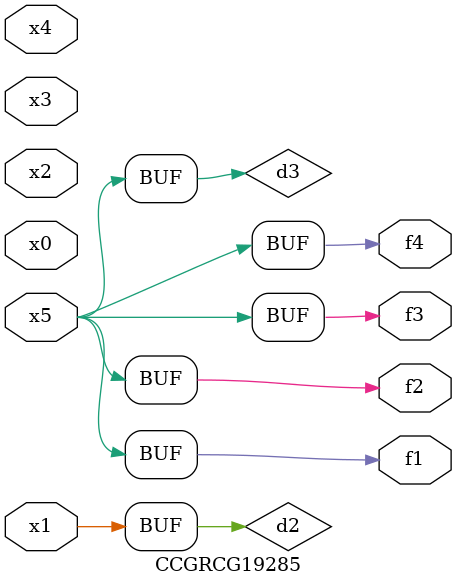
<source format=v>
module CCGRCG19285(
	input x0, x1, x2, x3, x4, x5,
	output f1, f2, f3, f4
);

	wire d1, d2, d3;

	not (d1, x5);
	or (d2, x1);
	xnor (d3, d1);
	assign f1 = d3;
	assign f2 = d3;
	assign f3 = d3;
	assign f4 = d3;
endmodule

</source>
